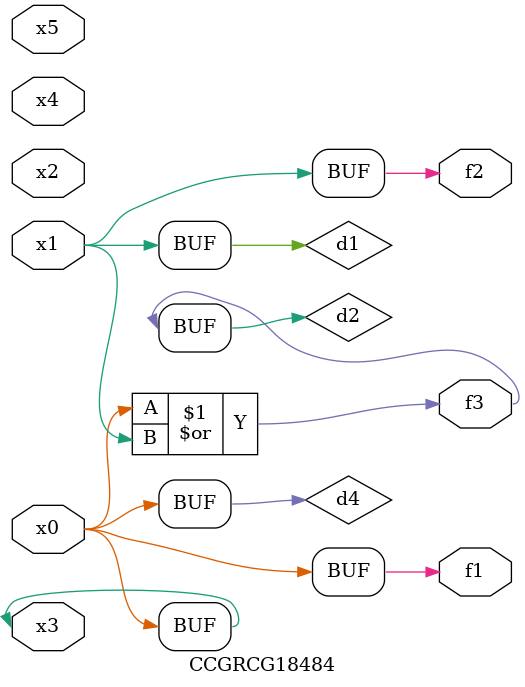
<source format=v>
module CCGRCG18484(
	input x0, x1, x2, x3, x4, x5,
	output f1, f2, f3
);

	wire d1, d2, d3, d4;

	and (d1, x1);
	or (d2, x0, x1);
	nand (d3, x0, x5);
	buf (d4, x0, x3);
	assign f1 = d4;
	assign f2 = d1;
	assign f3 = d2;
endmodule

</source>
